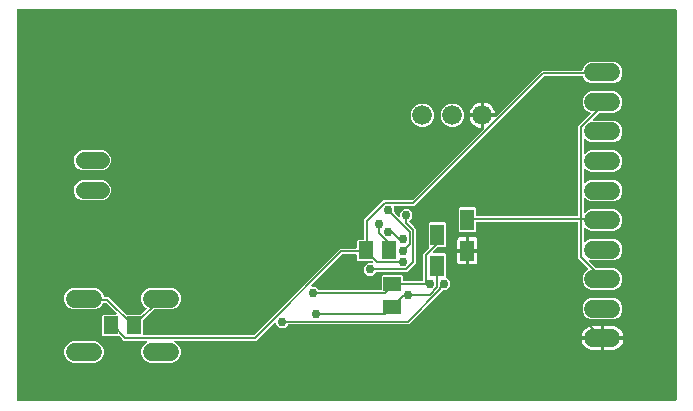
<source format=gbr>
G04 EAGLE Gerber RS-274X export*
G75*
%MOMM*%
%FSLAX34Y34*%
%LPD*%
%INBottom Copper*%
%IPPOS*%
%AMOC8*
5,1,8,0,0,1.08239X$1,22.5*%
G01*
%ADD10R,1.188700X1.795500*%
%ADD11R,1.500000X1.300000*%
%ADD12R,1.300000X1.500000*%
%ADD13C,1.422400*%
%ADD14C,1.524000*%
%ADD15C,1.676400*%
%ADD16C,0.152400*%
%ADD17C,0.756400*%

G36*
X785898Y316742D02*
X785898Y316742D01*
X785917Y316740D01*
X786019Y316762D01*
X786121Y316779D01*
X786138Y316788D01*
X786158Y316792D01*
X786247Y316845D01*
X786338Y316894D01*
X786352Y316908D01*
X786369Y316918D01*
X786436Y316997D01*
X786508Y317072D01*
X786516Y317090D01*
X786529Y317105D01*
X786568Y317201D01*
X786611Y317295D01*
X786613Y317315D01*
X786621Y317333D01*
X786639Y317500D01*
X786639Y647700D01*
X786636Y647720D01*
X786638Y647739D01*
X786616Y647841D01*
X786600Y647943D01*
X786590Y647960D01*
X786586Y647980D01*
X786533Y648069D01*
X786484Y648160D01*
X786470Y648174D01*
X786460Y648191D01*
X786381Y648258D01*
X786306Y648330D01*
X786288Y648338D01*
X786273Y648351D01*
X786177Y648390D01*
X786083Y648433D01*
X786063Y648435D01*
X786045Y648443D01*
X785878Y648461D01*
X228600Y648461D01*
X228580Y648458D01*
X228561Y648460D01*
X228459Y648438D01*
X228357Y648422D01*
X228340Y648412D01*
X228320Y648408D01*
X228231Y648355D01*
X228140Y648306D01*
X228126Y648292D01*
X228109Y648282D01*
X228042Y648203D01*
X227971Y648128D01*
X227962Y648110D01*
X227949Y648095D01*
X227910Y647999D01*
X227867Y647905D01*
X227865Y647885D01*
X227857Y647867D01*
X227839Y647700D01*
X227839Y317500D01*
X227842Y317480D01*
X227840Y317461D01*
X227862Y317359D01*
X227879Y317257D01*
X227888Y317240D01*
X227892Y317220D01*
X227945Y317131D01*
X227994Y317040D01*
X228008Y317026D01*
X228018Y317009D01*
X228097Y316942D01*
X228172Y316871D01*
X228190Y316862D01*
X228205Y316849D01*
X228301Y316810D01*
X228395Y316767D01*
X228415Y316765D01*
X228433Y316757D01*
X228600Y316739D01*
X785878Y316739D01*
X785898Y316742D01*
G37*
%LPC*%
G36*
X340573Y349249D02*
X340573Y349249D01*
X337212Y350641D01*
X334639Y353214D01*
X333247Y356575D01*
X333247Y360213D01*
X334639Y363574D01*
X337212Y366147D01*
X338260Y366581D01*
X338343Y366632D01*
X338429Y366678D01*
X338447Y366697D01*
X338469Y366710D01*
X338531Y366785D01*
X338598Y366856D01*
X338609Y366880D01*
X338626Y366900D01*
X338661Y366991D01*
X338702Y367079D01*
X338705Y367105D01*
X338714Y367129D01*
X338718Y367227D01*
X338729Y367323D01*
X338724Y367349D01*
X338725Y367375D01*
X338698Y367469D01*
X338677Y367564D01*
X338663Y367586D01*
X338656Y367611D01*
X338601Y367691D01*
X338551Y367775D01*
X338531Y367792D01*
X338516Y367813D01*
X338438Y367872D01*
X338364Y367935D01*
X338339Y367945D01*
X338319Y367960D01*
X338226Y367990D01*
X338136Y368027D01*
X338103Y368030D01*
X338085Y368036D01*
X338052Y368036D01*
X337969Y368045D01*
X319093Y368045D01*
X317530Y369608D01*
X315386Y371752D01*
X315312Y371805D01*
X315242Y371865D01*
X315212Y371877D01*
X315186Y371896D01*
X315099Y371923D01*
X315014Y371957D01*
X314973Y371961D01*
X314951Y371968D01*
X314919Y371967D01*
X314848Y371975D01*
X300868Y371975D01*
X299975Y372868D01*
X299975Y389132D01*
X300868Y390025D01*
X312040Y390025D01*
X312110Y390036D01*
X312182Y390038D01*
X312231Y390056D01*
X312282Y390064D01*
X312346Y390098D01*
X312413Y390123D01*
X312454Y390155D01*
X312500Y390180D01*
X312549Y390232D01*
X312605Y390276D01*
X312633Y390320D01*
X312669Y390358D01*
X312699Y390423D01*
X312738Y390483D01*
X312751Y390534D01*
X312773Y390581D01*
X312781Y390652D01*
X312798Y390722D01*
X312794Y390774D01*
X312800Y390825D01*
X312785Y390896D01*
X312779Y390967D01*
X312759Y391015D01*
X312748Y391066D01*
X312711Y391127D01*
X312683Y391193D01*
X312638Y391249D01*
X312621Y391277D01*
X312604Y391292D01*
X312578Y391324D01*
X304076Y399826D01*
X304002Y399879D01*
X303932Y399939D01*
X303902Y399951D01*
X303876Y399970D01*
X303789Y399997D01*
X303704Y400031D01*
X303663Y400035D01*
X303641Y400042D01*
X303609Y400041D01*
X303537Y400049D01*
X301542Y400049D01*
X301427Y400030D01*
X301311Y400013D01*
X301305Y400011D01*
X301299Y400010D01*
X301196Y399955D01*
X301091Y399902D01*
X301087Y399897D01*
X301081Y399894D01*
X301002Y399810D01*
X300919Y399726D01*
X300916Y399720D01*
X300912Y399716D01*
X300904Y399699D01*
X300838Y399579D01*
X300361Y398426D01*
X297788Y395853D01*
X294427Y394461D01*
X275549Y394461D01*
X272188Y395853D01*
X269615Y398426D01*
X268223Y401787D01*
X268223Y405425D01*
X269615Y408786D01*
X272188Y411359D01*
X275549Y412751D01*
X294427Y412751D01*
X297788Y411359D01*
X300361Y408786D01*
X301753Y405425D01*
X301753Y405384D01*
X301756Y405364D01*
X301754Y405345D01*
X301776Y405243D01*
X301792Y405141D01*
X301802Y405124D01*
X301806Y405104D01*
X301859Y405015D01*
X301908Y404924D01*
X301922Y404910D01*
X301932Y404893D01*
X302011Y404826D01*
X302086Y404754D01*
X302104Y404746D01*
X302119Y404733D01*
X302215Y404694D01*
X302309Y404651D01*
X302329Y404649D01*
X302347Y404641D01*
X302514Y404623D01*
X305747Y404623D01*
X320122Y390248D01*
X320196Y390195D01*
X320266Y390135D01*
X320296Y390123D01*
X320322Y390104D01*
X320409Y390077D01*
X320494Y390043D01*
X320535Y390039D01*
X320557Y390032D01*
X320589Y390033D01*
X320660Y390025D01*
X333136Y390025D01*
X333226Y390039D01*
X333317Y390047D01*
X333346Y390059D01*
X333378Y390064D01*
X333459Y390107D01*
X333543Y390143D01*
X333575Y390169D01*
X333596Y390180D01*
X333618Y390203D01*
X333674Y390248D01*
X337868Y394442D01*
X337895Y394479D01*
X337929Y394511D01*
X337967Y394579D01*
X338012Y394642D01*
X338025Y394686D01*
X338048Y394726D01*
X338061Y394803D01*
X338084Y394877D01*
X338083Y394923D01*
X338091Y394968D01*
X338080Y395045D01*
X338078Y395123D01*
X338062Y395166D01*
X338055Y395211D01*
X338020Y395281D01*
X337993Y395354D01*
X337965Y395390D01*
X337944Y395431D01*
X337888Y395485D01*
X337840Y395546D01*
X337801Y395571D01*
X337768Y395603D01*
X337649Y395669D01*
X337633Y395679D01*
X337628Y395680D01*
X337621Y395684D01*
X337212Y395853D01*
X334639Y398426D01*
X333247Y401787D01*
X333247Y405425D01*
X334639Y408786D01*
X337212Y411359D01*
X340573Y412751D01*
X359451Y412751D01*
X362812Y411359D01*
X365385Y408786D01*
X366777Y405425D01*
X366777Y401787D01*
X365385Y398426D01*
X362812Y395853D01*
X359451Y394461D01*
X344670Y394461D01*
X344580Y394447D01*
X344489Y394439D01*
X344460Y394427D01*
X344428Y394422D01*
X344347Y394379D01*
X344263Y394343D01*
X344231Y394317D01*
X344210Y394306D01*
X344188Y394283D01*
X344132Y394238D01*
X335248Y385354D01*
X335195Y385280D01*
X335135Y385210D01*
X335123Y385180D01*
X335104Y385154D01*
X335077Y385067D01*
X335043Y384982D01*
X335039Y384941D01*
X335032Y384919D01*
X335033Y384887D01*
X335025Y384816D01*
X335025Y373380D01*
X335028Y373360D01*
X335026Y373341D01*
X335048Y373239D01*
X335064Y373137D01*
X335074Y373120D01*
X335078Y373100D01*
X335131Y373011D01*
X335180Y372920D01*
X335194Y372906D01*
X335204Y372889D01*
X335283Y372822D01*
X335358Y372750D01*
X335376Y372742D01*
X335391Y372729D01*
X335487Y372690D01*
X335581Y372647D01*
X335601Y372645D01*
X335619Y372637D01*
X335786Y372619D01*
X428505Y372619D01*
X428596Y372633D01*
X428686Y372641D01*
X428716Y372653D01*
X428748Y372658D01*
X428829Y372701D01*
X428913Y372737D01*
X428945Y372763D01*
X428966Y372774D01*
X428988Y372797D01*
X429044Y372842D01*
X501973Y445771D01*
X515114Y445771D01*
X515134Y445774D01*
X515153Y445772D01*
X515255Y445794D01*
X515357Y445810D01*
X515374Y445820D01*
X515394Y445824D01*
X515483Y445877D01*
X515574Y445926D01*
X515588Y445940D01*
X515605Y445950D01*
X515672Y446029D01*
X515744Y446104D01*
X515752Y446122D01*
X515765Y446137D01*
X515804Y446233D01*
X515847Y446327D01*
X515849Y446347D01*
X515857Y446365D01*
X515875Y446532D01*
X515875Y452632D01*
X516768Y453525D01*
X521208Y453525D01*
X521228Y453528D01*
X521247Y453526D01*
X521349Y453548D01*
X521451Y453564D01*
X521468Y453574D01*
X521488Y453578D01*
X521577Y453631D01*
X521668Y453680D01*
X521682Y453694D01*
X521699Y453704D01*
X521766Y453783D01*
X521838Y453858D01*
X521846Y453876D01*
X521859Y453891D01*
X521898Y453987D01*
X521941Y454081D01*
X521943Y454101D01*
X521951Y454119D01*
X521969Y454286D01*
X521969Y470339D01*
X538549Y486919D01*
X562617Y486919D01*
X562708Y486933D01*
X562798Y486941D01*
X562828Y486953D01*
X562860Y486958D01*
X562941Y487001D01*
X563025Y487037D01*
X563057Y487063D01*
X563078Y487074D01*
X563100Y487097D01*
X563156Y487142D01*
X623600Y547586D01*
X623653Y547660D01*
X623713Y547730D01*
X623725Y547760D01*
X623744Y547786D01*
X623771Y547873D01*
X623805Y547958D01*
X623809Y547999D01*
X623816Y548021D01*
X623815Y548053D01*
X623823Y548124D01*
X623823Y557277D01*
X632976Y557277D01*
X633066Y557292D01*
X633157Y557299D01*
X633186Y557311D01*
X633218Y557317D01*
X633299Y557359D01*
X633383Y557395D01*
X633415Y557421D01*
X633436Y557432D01*
X633451Y557448D01*
X633453Y557449D01*
X633461Y557458D01*
X633514Y557500D01*
X672661Y596647D01*
X706514Y596647D01*
X706629Y596666D01*
X706745Y596683D01*
X706750Y596685D01*
X706757Y596686D01*
X706859Y596741D01*
X706964Y596794D01*
X706968Y596799D01*
X706974Y596802D01*
X707054Y596886D01*
X707136Y596970D01*
X707140Y596976D01*
X707143Y596980D01*
X707151Y596997D01*
X707217Y597117D01*
X708527Y600280D01*
X711100Y602853D01*
X714461Y604245D01*
X733339Y604245D01*
X736700Y602853D01*
X739273Y600280D01*
X740665Y596919D01*
X740665Y593281D01*
X739273Y589920D01*
X736700Y587347D01*
X733339Y585955D01*
X714461Y585955D01*
X711100Y587347D01*
X708527Y589920D01*
X707830Y591603D01*
X707768Y591703D01*
X707709Y591803D01*
X707704Y591807D01*
X707701Y591812D01*
X707610Y591887D01*
X707522Y591963D01*
X707516Y591965D01*
X707511Y591969D01*
X707403Y592011D01*
X707294Y592055D01*
X707286Y592056D01*
X707281Y592057D01*
X707263Y592058D01*
X707127Y592073D01*
X674871Y592073D01*
X674780Y592059D01*
X674690Y592051D01*
X674660Y592039D01*
X674628Y592034D01*
X674547Y591991D01*
X674463Y591955D01*
X674431Y591929D01*
X674410Y591918D01*
X674388Y591895D01*
X674332Y591850D01*
X564827Y482345D01*
X548077Y482345D01*
X548007Y482334D01*
X547935Y482332D01*
X547886Y482314D01*
X547835Y482306D01*
X547771Y482272D01*
X547704Y482247D01*
X547663Y482215D01*
X547617Y482190D01*
X547568Y482138D01*
X547512Y482094D01*
X547484Y482050D01*
X547448Y482012D01*
X547418Y481947D01*
X547379Y481887D01*
X547366Y481836D01*
X547344Y481789D01*
X547336Y481718D01*
X547319Y481648D01*
X547323Y481596D01*
X547317Y481545D01*
X547332Y481474D01*
X547338Y481403D01*
X547358Y481355D01*
X547369Y481304D01*
X547406Y481243D01*
X547434Y481177D01*
X547479Y481121D01*
X547496Y481093D01*
X547513Y481078D01*
X547539Y481046D01*
X547851Y480734D01*
X547851Y476779D01*
X547865Y476688D01*
X547873Y476598D01*
X547885Y476568D01*
X547890Y476536D01*
X547933Y476455D01*
X547969Y476371D01*
X547995Y476339D01*
X548006Y476318D01*
X548029Y476296D01*
X548074Y476240D01*
X551178Y473136D01*
X551236Y473094D01*
X551288Y473045D01*
X551335Y473023D01*
X551377Y472993D01*
X551446Y472972D01*
X551511Y472941D01*
X551563Y472936D01*
X551613Y472920D01*
X551684Y472922D01*
X551755Y472914D01*
X551806Y472925D01*
X551858Y472927D01*
X551926Y472951D01*
X551996Y472966D01*
X552041Y472993D01*
X552089Y473011D01*
X552145Y473056D01*
X552207Y473093D01*
X552241Y473132D01*
X552281Y473165D01*
X552320Y473225D01*
X552367Y473280D01*
X552386Y473328D01*
X552414Y473372D01*
X552432Y473441D01*
X552459Y473508D01*
X552467Y473579D01*
X552475Y473610D01*
X552473Y473634D01*
X552477Y473674D01*
X552477Y476162D01*
X555586Y479271D01*
X559982Y479271D01*
X563091Y476162D01*
X563091Y471766D01*
X560644Y469319D01*
X560632Y469303D01*
X560616Y469290D01*
X560560Y469203D01*
X560500Y469119D01*
X560494Y469100D01*
X560483Y469083D01*
X560458Y468983D01*
X560428Y468884D01*
X560428Y468864D01*
X560423Y468845D01*
X560431Y468742D01*
X560434Y468638D01*
X560441Y468619D01*
X560443Y468600D01*
X560483Y468505D01*
X560519Y468407D01*
X560531Y468391D01*
X560539Y468373D01*
X560644Y468242D01*
X564604Y464282D01*
X566167Y462719D01*
X566167Y433393D01*
X558731Y425957D01*
X532837Y425957D01*
X532747Y425943D01*
X532656Y425935D01*
X532627Y425923D01*
X532595Y425918D01*
X532514Y425875D01*
X532430Y425839D01*
X532398Y425813D01*
X532377Y425802D01*
X532355Y425779D01*
X532299Y425734D01*
X529502Y422937D01*
X525106Y422937D01*
X521997Y426046D01*
X521997Y430442D01*
X525106Y433551D01*
X529118Y433551D01*
X529188Y433562D01*
X529260Y433564D01*
X529309Y433582D01*
X529360Y433590D01*
X529424Y433624D01*
X529491Y433649D01*
X529532Y433681D01*
X529578Y433706D01*
X529627Y433757D01*
X529683Y433802D01*
X529711Y433846D01*
X529747Y433884D01*
X529777Y433949D01*
X529816Y434009D01*
X529829Y434060D01*
X529851Y434107D01*
X529859Y434178D01*
X529876Y434248D01*
X529872Y434300D01*
X529878Y434351D01*
X529863Y434422D01*
X529857Y434493D01*
X529837Y434541D01*
X529826Y434592D01*
X529789Y434653D01*
X529761Y434719D01*
X529716Y434775D01*
X529699Y434803D01*
X529682Y434818D01*
X529656Y434850D01*
X529254Y435252D01*
X529180Y435306D01*
X529110Y435365D01*
X529080Y435377D01*
X529054Y435396D01*
X528967Y435423D01*
X528882Y435457D01*
X528841Y435461D01*
X528819Y435468D01*
X528787Y435467D01*
X528715Y435475D01*
X516768Y435475D01*
X515875Y436368D01*
X515875Y440436D01*
X515872Y440456D01*
X515874Y440475D01*
X515852Y440577D01*
X515836Y440679D01*
X515826Y440696D01*
X515822Y440716D01*
X515769Y440805D01*
X515720Y440896D01*
X515706Y440910D01*
X515696Y440927D01*
X515617Y440994D01*
X515542Y441066D01*
X515524Y441074D01*
X515509Y441087D01*
X515413Y441126D01*
X515319Y441169D01*
X515299Y441171D01*
X515281Y441179D01*
X515114Y441197D01*
X504183Y441197D01*
X504092Y441183D01*
X504002Y441175D01*
X503972Y441163D01*
X503940Y441158D01*
X503859Y441115D01*
X503775Y441079D01*
X503743Y441053D01*
X503722Y441042D01*
X503700Y441019D01*
X503644Y440974D01*
X477708Y415038D01*
X477666Y414980D01*
X477617Y414928D01*
X477595Y414881D01*
X477565Y414839D01*
X477544Y414770D01*
X477513Y414705D01*
X477508Y414653D01*
X477492Y414603D01*
X477494Y414532D01*
X477486Y414461D01*
X477497Y414410D01*
X477499Y414358D01*
X477523Y414290D01*
X477538Y414220D01*
X477565Y414175D01*
X477583Y414127D01*
X477628Y414071D01*
X477665Y414009D01*
X477704Y413975D01*
X477737Y413935D01*
X477797Y413896D01*
X477852Y413849D01*
X477900Y413830D01*
X477944Y413802D01*
X478013Y413784D01*
X478080Y413757D01*
X478151Y413749D01*
X478182Y413741D01*
X478206Y413743D01*
X478246Y413739D01*
X480734Y413739D01*
X483531Y410942D01*
X483605Y410889D01*
X483675Y410829D01*
X483705Y410817D01*
X483731Y410798D01*
X483818Y410771D01*
X483903Y410737D01*
X483944Y410733D01*
X483966Y410726D01*
X483998Y410727D01*
X484069Y410719D01*
X536314Y410719D01*
X536334Y410722D01*
X536353Y410720D01*
X536455Y410742D01*
X536557Y410758D01*
X536574Y410768D01*
X536594Y410772D01*
X536683Y410825D01*
X536774Y410874D01*
X536788Y410888D01*
X536805Y410898D01*
X536872Y410977D01*
X536944Y411052D01*
X536952Y411070D01*
X536965Y411085D01*
X537004Y411181D01*
X537047Y411275D01*
X537049Y411295D01*
X537057Y411313D01*
X537075Y411480D01*
X537075Y423032D01*
X537968Y423925D01*
X554232Y423925D01*
X555125Y423032D01*
X555125Y419100D01*
X555128Y419080D01*
X555126Y419061D01*
X555148Y418959D01*
X555164Y418857D01*
X555174Y418840D01*
X555178Y418820D01*
X555231Y418731D01*
X555280Y418640D01*
X555294Y418626D01*
X555304Y418609D01*
X555383Y418542D01*
X555458Y418470D01*
X555476Y418462D01*
X555491Y418449D01*
X555587Y418410D01*
X555681Y418367D01*
X555701Y418365D01*
X555719Y418357D01*
X555886Y418339D01*
X571500Y418339D01*
X571520Y418342D01*
X571539Y418340D01*
X571641Y418362D01*
X571743Y418378D01*
X571760Y418388D01*
X571780Y418392D01*
X571869Y418445D01*
X571960Y418494D01*
X571974Y418508D01*
X571991Y418518D01*
X572058Y418597D01*
X572130Y418672D01*
X572138Y418690D01*
X572151Y418705D01*
X572190Y418801D01*
X572233Y418895D01*
X572235Y418915D01*
X572243Y418933D01*
X572261Y419100D01*
X572261Y441383D01*
X577262Y446384D01*
X577273Y446400D01*
X577289Y446412D01*
X577318Y446458D01*
X577344Y446484D01*
X577361Y446521D01*
X577405Y446583D01*
X577411Y446602D01*
X577422Y446619D01*
X577440Y446693D01*
X577447Y446708D01*
X577449Y446727D01*
X577478Y446818D01*
X577477Y446838D01*
X577482Y446858D01*
X577474Y446961D01*
X577471Y447064D01*
X577464Y447083D01*
X577463Y447103D01*
X577422Y447198D01*
X577387Y447295D01*
X577374Y447311D01*
X577366Y447329D01*
X577262Y447460D01*
X576732Y447990D01*
X576732Y467208D01*
X577625Y468101D01*
X590775Y468101D01*
X591668Y467208D01*
X591668Y447990D01*
X590775Y447097D01*
X584758Y447097D01*
X584668Y447082D01*
X584577Y447075D01*
X584547Y447062D01*
X584515Y447057D01*
X584435Y447014D01*
X584351Y446979D01*
X584319Y446953D01*
X584298Y446942D01*
X584276Y446919D01*
X584220Y446874D01*
X580549Y443203D01*
X580507Y443145D01*
X580457Y443093D01*
X580436Y443045D01*
X580405Y443003D01*
X580384Y442935D01*
X580354Y442869D01*
X580348Y442818D01*
X580333Y442768D01*
X580335Y442696D01*
X580327Y442625D01*
X580338Y442574D01*
X580339Y442522D01*
X580364Y442455D01*
X580379Y442385D01*
X580406Y442340D01*
X580424Y442291D01*
X580468Y442235D01*
X580505Y442174D01*
X580545Y442140D01*
X580577Y442099D01*
X580638Y442060D01*
X580692Y442014D01*
X580740Y441994D01*
X580784Y441966D01*
X580854Y441949D01*
X580920Y441922D01*
X580992Y441914D01*
X581023Y441906D01*
X581046Y441908D01*
X581087Y441903D01*
X590775Y441903D01*
X591668Y441010D01*
X591668Y421992D01*
X591683Y421902D01*
X591690Y421811D01*
X591703Y421781D01*
X591708Y421749D01*
X591751Y421669D01*
X591786Y421585D01*
X591812Y421552D01*
X591823Y421532D01*
X591846Y421510D01*
X591891Y421454D01*
X595095Y418250D01*
X595095Y413854D01*
X591986Y410745D01*
X589554Y410745D01*
X589464Y410731D01*
X589373Y410723D01*
X589344Y410711D01*
X589312Y410706D01*
X589231Y410663D01*
X589147Y410627D01*
X589115Y410601D01*
X589094Y410590D01*
X589072Y410567D01*
X589016Y410522D01*
X561818Y383324D01*
X560255Y381761D01*
X458161Y381761D01*
X458071Y381747D01*
X457980Y381739D01*
X457951Y381727D01*
X457919Y381722D01*
X457838Y381679D01*
X457754Y381643D01*
X457722Y381617D01*
X457701Y381606D01*
X457679Y381583D01*
X457623Y381538D01*
X454826Y378741D01*
X450430Y378741D01*
X447321Y381850D01*
X447321Y382814D01*
X447310Y382884D01*
X447308Y382956D01*
X447290Y383005D01*
X447282Y383056D01*
X447248Y383120D01*
X447223Y383187D01*
X447191Y383228D01*
X447166Y383274D01*
X447114Y383323D01*
X447070Y383379D01*
X447026Y383407D01*
X446988Y383443D01*
X446923Y383473D01*
X446863Y383512D01*
X446812Y383525D01*
X446765Y383547D01*
X446694Y383555D01*
X446624Y383572D01*
X446572Y383568D01*
X446521Y383574D01*
X446450Y383559D01*
X446379Y383553D01*
X446331Y383533D01*
X446280Y383522D01*
X446219Y383485D01*
X446153Y383457D01*
X446097Y383412D01*
X446069Y383395D01*
X446054Y383378D01*
X446022Y383352D01*
X430715Y368045D01*
X362055Y368045D01*
X361959Y368030D01*
X361862Y368020D01*
X361838Y368010D01*
X361812Y368006D01*
X361727Y367960D01*
X361637Y367920D01*
X361618Y367903D01*
X361595Y367890D01*
X361528Y367820D01*
X361456Y367754D01*
X361444Y367731D01*
X361426Y367712D01*
X361385Y367624D01*
X361338Y367538D01*
X361333Y367513D01*
X361322Y367489D01*
X361311Y367392D01*
X361294Y367296D01*
X361298Y367270D01*
X361295Y367245D01*
X361316Y367150D01*
X361330Y367053D01*
X361342Y367030D01*
X361347Y367004D01*
X361397Y366920D01*
X361441Y366834D01*
X361460Y366816D01*
X361473Y366793D01*
X361547Y366730D01*
X361617Y366662D01*
X361645Y366646D01*
X361660Y366633D01*
X361691Y366621D01*
X361764Y366581D01*
X362812Y366147D01*
X365385Y363574D01*
X366777Y360213D01*
X366777Y356575D01*
X365385Y353214D01*
X362812Y350641D01*
X359451Y349249D01*
X340573Y349249D01*
G37*
%LPD*%
%LPC*%
G36*
X714461Y410955D02*
X714461Y410955D01*
X711100Y412347D01*
X708527Y414920D01*
X707135Y418281D01*
X707135Y421919D01*
X708527Y425280D01*
X711100Y427853D01*
X711700Y428101D01*
X711739Y428125D01*
X711782Y428141D01*
X711843Y428190D01*
X711909Y428231D01*
X711939Y428266D01*
X711974Y428295D01*
X712017Y428360D01*
X712066Y428420D01*
X712083Y428463D01*
X712107Y428502D01*
X712126Y428577D01*
X712154Y428650D01*
X712156Y428696D01*
X712168Y428740D01*
X712162Y428818D01*
X712165Y428896D01*
X712152Y428940D01*
X712148Y428986D01*
X712118Y429057D01*
X712096Y429132D01*
X712070Y429170D01*
X712052Y429212D01*
X711967Y429318D01*
X711956Y429334D01*
X711952Y429337D01*
X711947Y429343D01*
X704888Y436402D01*
X703325Y437965D01*
X703325Y467868D01*
X703322Y467888D01*
X703324Y467907D01*
X703302Y468009D01*
X703286Y468111D01*
X703276Y468128D01*
X703272Y468148D01*
X703219Y468237D01*
X703170Y468328D01*
X703156Y468342D01*
X703146Y468359D01*
X703067Y468426D01*
X702992Y468498D01*
X702974Y468506D01*
X702959Y468519D01*
X702863Y468558D01*
X702769Y468601D01*
X702749Y468603D01*
X702731Y468611D01*
X702564Y468629D01*
X617829Y468629D01*
X617810Y468626D01*
X617790Y468628D01*
X617689Y468606D01*
X617587Y468590D01*
X617569Y468580D01*
X617550Y468576D01*
X617461Y468523D01*
X617369Y468474D01*
X617356Y468460D01*
X617339Y468450D01*
X617271Y468371D01*
X617200Y468296D01*
X617192Y468278D01*
X617179Y468263D01*
X617140Y468167D01*
X617096Y468073D01*
X617094Y468053D01*
X617087Y468035D01*
X617068Y467868D01*
X617068Y460690D01*
X616175Y459797D01*
X603025Y459797D01*
X602132Y460690D01*
X602132Y479908D01*
X603025Y480801D01*
X616175Y480801D01*
X617068Y479908D01*
X617068Y473964D01*
X617071Y473944D01*
X617069Y473925D01*
X617091Y473823D01*
X617108Y473721D01*
X617117Y473704D01*
X617122Y473684D01*
X617175Y473595D01*
X617223Y473504D01*
X617237Y473490D01*
X617248Y473473D01*
X617326Y473406D01*
X617401Y473334D01*
X617419Y473326D01*
X617435Y473313D01*
X617531Y473274D01*
X617624Y473231D01*
X617644Y473229D01*
X617663Y473221D01*
X617829Y473203D01*
X702564Y473203D01*
X702584Y473206D01*
X702603Y473204D01*
X702705Y473226D01*
X702807Y473242D01*
X702824Y473252D01*
X702844Y473256D01*
X702933Y473309D01*
X703024Y473358D01*
X703038Y473372D01*
X703055Y473382D01*
X703122Y473461D01*
X703194Y473536D01*
X703202Y473554D01*
X703215Y473569D01*
X703254Y473665D01*
X703297Y473759D01*
X703299Y473779D01*
X703307Y473797D01*
X703325Y473964D01*
X703325Y549587D01*
X704888Y551150D01*
X713820Y560082D01*
X713846Y560119D01*
X713880Y560150D01*
X713918Y560218D01*
X713963Y560281D01*
X713977Y560325D01*
X713999Y560365D01*
X714013Y560442D01*
X714036Y560516D01*
X714034Y560562D01*
X714043Y560607D01*
X714031Y560685D01*
X714029Y560762D01*
X714013Y560805D01*
X714007Y560851D01*
X713972Y560920D01*
X713945Y560993D01*
X713916Y561029D01*
X713895Y561070D01*
X713840Y561125D01*
X713791Y561185D01*
X713752Y561210D01*
X713720Y561242D01*
X713600Y561308D01*
X713584Y561318D01*
X713579Y561320D01*
X713573Y561323D01*
X711100Y562347D01*
X708527Y564920D01*
X707135Y568281D01*
X707135Y571919D01*
X708527Y575280D01*
X711100Y577853D01*
X714461Y579245D01*
X733339Y579245D01*
X736700Y577853D01*
X739273Y575280D01*
X740665Y571919D01*
X740665Y568281D01*
X739273Y564920D01*
X736700Y562347D01*
X733339Y560955D01*
X721476Y560955D01*
X721386Y560941D01*
X721295Y560933D01*
X721266Y560921D01*
X721234Y560916D01*
X721153Y560873D01*
X721069Y560837D01*
X721037Y560811D01*
X721016Y560800D01*
X720994Y560777D01*
X720938Y560732D01*
X715750Y555544D01*
X715708Y555486D01*
X715659Y555434D01*
X715637Y555387D01*
X715607Y555345D01*
X715586Y555276D01*
X715555Y555211D01*
X715550Y555159D01*
X715534Y555109D01*
X715536Y555038D01*
X715528Y554967D01*
X715539Y554916D01*
X715541Y554864D01*
X715565Y554796D01*
X715580Y554726D01*
X715607Y554682D01*
X715625Y554633D01*
X715670Y554577D01*
X715707Y554515D01*
X715746Y554481D01*
X715779Y554441D01*
X715839Y554402D01*
X715894Y554355D01*
X715942Y554336D01*
X715986Y554308D01*
X716055Y554290D01*
X716122Y554263D01*
X716193Y554255D01*
X716224Y554247D01*
X716248Y554249D01*
X716288Y554245D01*
X733339Y554245D01*
X736700Y552853D01*
X739273Y550280D01*
X740665Y546919D01*
X740665Y543281D01*
X739273Y539920D01*
X736700Y537347D01*
X733339Y535955D01*
X714461Y535955D01*
X711100Y537347D01*
X709198Y539249D01*
X709140Y539291D01*
X709088Y539340D01*
X709041Y539362D01*
X708999Y539393D01*
X708930Y539414D01*
X708865Y539444D01*
X708813Y539450D01*
X708763Y539465D01*
X708692Y539463D01*
X708621Y539471D01*
X708570Y539460D01*
X708518Y539459D01*
X708450Y539434D01*
X708380Y539419D01*
X708335Y539392D01*
X708287Y539374D01*
X708231Y539329D01*
X708169Y539293D01*
X708135Y539253D01*
X708095Y539221D01*
X708056Y539160D01*
X708009Y539106D01*
X707990Y539057D01*
X707962Y539014D01*
X707944Y538944D01*
X707917Y538878D01*
X707909Y538806D01*
X707901Y538775D01*
X707903Y538752D01*
X707899Y538711D01*
X707899Y526489D01*
X707910Y526418D01*
X707912Y526347D01*
X707930Y526298D01*
X707938Y526246D01*
X707972Y526183D01*
X707997Y526116D01*
X708029Y526075D01*
X708054Y526029D01*
X708106Y525980D01*
X708150Y525924D01*
X708194Y525895D01*
X708232Y525860D01*
X708297Y525829D01*
X708357Y525791D01*
X708408Y525778D01*
X708455Y525756D01*
X708526Y525748D01*
X708596Y525731D01*
X708648Y525735D01*
X708699Y525729D01*
X708770Y525744D01*
X708841Y525750D01*
X708889Y525770D01*
X708940Y525781D01*
X709001Y525818D01*
X709067Y525846D01*
X709123Y525891D01*
X709151Y525907D01*
X709166Y525925D01*
X709198Y525951D01*
X711100Y527853D01*
X714461Y529245D01*
X733339Y529245D01*
X736700Y527853D01*
X739273Y525280D01*
X740665Y521919D01*
X740665Y518281D01*
X739273Y514920D01*
X736700Y512347D01*
X733339Y510955D01*
X714461Y510955D01*
X711100Y512347D01*
X709198Y514249D01*
X709140Y514291D01*
X709088Y514340D01*
X709041Y514362D01*
X708999Y514393D01*
X708930Y514414D01*
X708865Y514444D01*
X708813Y514450D01*
X708763Y514465D01*
X708692Y514463D01*
X708621Y514471D01*
X708570Y514460D01*
X708518Y514459D01*
X708450Y514434D01*
X708380Y514419D01*
X708335Y514392D01*
X708287Y514374D01*
X708231Y514329D01*
X708169Y514293D01*
X708135Y514253D01*
X708095Y514221D01*
X708056Y514160D01*
X708009Y514106D01*
X707990Y514057D01*
X707962Y514014D01*
X707944Y513944D01*
X707917Y513878D01*
X707909Y513806D01*
X707901Y513775D01*
X707903Y513752D01*
X707899Y513711D01*
X707899Y501489D01*
X707910Y501418D01*
X707912Y501347D01*
X707930Y501298D01*
X707938Y501246D01*
X707972Y501183D01*
X707997Y501116D01*
X708029Y501075D01*
X708054Y501029D01*
X708106Y500980D01*
X708150Y500924D01*
X708194Y500895D01*
X708232Y500860D01*
X708297Y500829D01*
X708357Y500791D01*
X708408Y500778D01*
X708455Y500756D01*
X708526Y500748D01*
X708596Y500731D01*
X708648Y500735D01*
X708699Y500729D01*
X708770Y500744D01*
X708841Y500750D01*
X708889Y500770D01*
X708940Y500781D01*
X709001Y500818D01*
X709067Y500846D01*
X709123Y500891D01*
X709151Y500907D01*
X709166Y500925D01*
X709198Y500951D01*
X711100Y502853D01*
X714461Y504245D01*
X733339Y504245D01*
X736700Y502853D01*
X739273Y500280D01*
X740665Y496919D01*
X740665Y493281D01*
X739273Y489920D01*
X736700Y487347D01*
X733339Y485955D01*
X714461Y485955D01*
X711100Y487347D01*
X709198Y489249D01*
X709140Y489291D01*
X709088Y489340D01*
X709041Y489362D01*
X708999Y489393D01*
X708930Y489414D01*
X708865Y489444D01*
X708813Y489450D01*
X708763Y489465D01*
X708692Y489463D01*
X708621Y489471D01*
X708570Y489460D01*
X708518Y489459D01*
X708450Y489434D01*
X708380Y489419D01*
X708335Y489392D01*
X708287Y489374D01*
X708231Y489329D01*
X708169Y489293D01*
X708135Y489253D01*
X708095Y489221D01*
X708056Y489160D01*
X708009Y489106D01*
X707990Y489057D01*
X707962Y489014D01*
X707944Y488944D01*
X707917Y488878D01*
X707909Y488806D01*
X707901Y488775D01*
X707903Y488752D01*
X707899Y488711D01*
X707899Y476489D01*
X707910Y476418D01*
X707912Y476347D01*
X707930Y476298D01*
X707938Y476246D01*
X707972Y476183D01*
X707997Y476116D01*
X708029Y476075D01*
X708054Y476029D01*
X708106Y475980D01*
X708150Y475924D01*
X708194Y475895D01*
X708232Y475860D01*
X708297Y475829D01*
X708357Y475791D01*
X708408Y475778D01*
X708455Y475756D01*
X708526Y475748D01*
X708596Y475731D01*
X708648Y475735D01*
X708699Y475729D01*
X708770Y475744D01*
X708841Y475750D01*
X708889Y475770D01*
X708940Y475781D01*
X709001Y475818D01*
X709067Y475846D01*
X709123Y475891D01*
X709151Y475907D01*
X709166Y475925D01*
X709198Y475951D01*
X711100Y477853D01*
X714461Y479245D01*
X733339Y479245D01*
X736700Y477853D01*
X739273Y475280D01*
X740665Y471919D01*
X740665Y468281D01*
X739273Y464920D01*
X736700Y462347D01*
X733339Y460955D01*
X714461Y460955D01*
X711100Y462347D01*
X709198Y464249D01*
X709140Y464291D01*
X709088Y464340D01*
X709041Y464362D01*
X708999Y464393D01*
X708930Y464414D01*
X708865Y464444D01*
X708813Y464450D01*
X708763Y464465D01*
X708692Y464463D01*
X708621Y464471D01*
X708570Y464460D01*
X708518Y464459D01*
X708450Y464434D01*
X708380Y464419D01*
X708335Y464392D01*
X708287Y464374D01*
X708231Y464329D01*
X708169Y464293D01*
X708135Y464253D01*
X708095Y464221D01*
X708056Y464160D01*
X708009Y464106D01*
X707990Y464057D01*
X707962Y464014D01*
X707944Y463944D01*
X707917Y463878D01*
X707909Y463806D01*
X707901Y463775D01*
X707903Y463752D01*
X707899Y463711D01*
X707899Y451489D01*
X707910Y451418D01*
X707912Y451347D01*
X707930Y451298D01*
X707938Y451246D01*
X707972Y451183D01*
X707997Y451116D01*
X708029Y451075D01*
X708054Y451029D01*
X708106Y450980D01*
X708150Y450924D01*
X708194Y450895D01*
X708232Y450860D01*
X708297Y450829D01*
X708357Y450791D01*
X708408Y450778D01*
X708455Y450756D01*
X708526Y450748D01*
X708596Y450731D01*
X708648Y450735D01*
X708699Y450729D01*
X708770Y450744D01*
X708841Y450750D01*
X708889Y450770D01*
X708940Y450781D01*
X709001Y450818D01*
X709067Y450846D01*
X709123Y450891D01*
X709151Y450907D01*
X709166Y450925D01*
X709198Y450951D01*
X711100Y452853D01*
X714461Y454245D01*
X733339Y454245D01*
X736700Y452853D01*
X739273Y450280D01*
X740665Y446919D01*
X740665Y443281D01*
X739273Y439920D01*
X736700Y437347D01*
X733339Y435955D01*
X714461Y435955D01*
X713459Y436370D01*
X713364Y436393D01*
X713271Y436421D01*
X713245Y436421D01*
X713219Y436427D01*
X713122Y436418D01*
X713025Y436415D01*
X713000Y436406D01*
X712974Y436404D01*
X712885Y436364D01*
X712794Y436331D01*
X712773Y436314D01*
X712750Y436304D01*
X712678Y436238D01*
X712602Y436177D01*
X712588Y436155D01*
X712568Y436137D01*
X712521Y436052D01*
X712469Y435970D01*
X712462Y435945D01*
X712450Y435922D01*
X712433Y435826D01*
X712409Y435731D01*
X712411Y435705D01*
X712406Y435680D01*
X712420Y435583D01*
X712428Y435486D01*
X712438Y435462D01*
X712442Y435436D01*
X712486Y435349D01*
X712524Y435260D01*
X712545Y435234D01*
X712553Y435217D01*
X712577Y435194D01*
X712629Y435129D01*
X718290Y429468D01*
X718364Y429415D01*
X718434Y429355D01*
X718464Y429343D01*
X718490Y429324D01*
X718577Y429297D01*
X718662Y429263D01*
X718703Y429259D01*
X718725Y429252D01*
X718757Y429253D01*
X718828Y429245D01*
X733339Y429245D01*
X736700Y427853D01*
X739273Y425280D01*
X740665Y421919D01*
X740665Y418281D01*
X739273Y414920D01*
X736700Y412347D01*
X733339Y410955D01*
X714461Y410955D01*
G37*
%LPD*%
%LPC*%
G36*
X714461Y385955D02*
X714461Y385955D01*
X711100Y387347D01*
X708527Y389920D01*
X707135Y393281D01*
X707135Y396919D01*
X708527Y400280D01*
X711100Y402853D01*
X714461Y404245D01*
X733339Y404245D01*
X736700Y402853D01*
X739273Y400280D01*
X740665Y396919D01*
X740665Y393281D01*
X739273Y389920D01*
X736700Y387347D01*
X733339Y385955D01*
X714461Y385955D01*
G37*
%LPD*%
%LPC*%
G36*
X275549Y349249D02*
X275549Y349249D01*
X272188Y350641D01*
X269615Y353214D01*
X268223Y356575D01*
X268223Y360213D01*
X269615Y363574D01*
X272188Y366147D01*
X275549Y367539D01*
X294427Y367539D01*
X297788Y366147D01*
X300361Y363574D01*
X301753Y360213D01*
X301753Y356575D01*
X300361Y353214D01*
X297788Y350641D01*
X294427Y349249D01*
X275549Y349249D01*
G37*
%LPD*%
%LPC*%
G36*
X283270Y512063D02*
X283270Y512063D01*
X280096Y513378D01*
X277666Y515808D01*
X276351Y518982D01*
X276351Y522418D01*
X277666Y525592D01*
X280096Y528022D01*
X283270Y529337D01*
X300930Y529337D01*
X304104Y528022D01*
X306534Y525592D01*
X307849Y522418D01*
X307849Y518982D01*
X306534Y515808D01*
X304104Y513378D01*
X300930Y512063D01*
X283270Y512063D01*
G37*
%LPD*%
%LPC*%
G36*
X283270Y486663D02*
X283270Y486663D01*
X280096Y487978D01*
X277666Y490408D01*
X276351Y493582D01*
X276351Y497018D01*
X277666Y500192D01*
X280096Y502622D01*
X283270Y503937D01*
X300930Y503937D01*
X304104Y502622D01*
X306534Y500192D01*
X307849Y497018D01*
X307849Y493582D01*
X306534Y490408D01*
X304104Y487978D01*
X300930Y486663D01*
X283270Y486663D01*
G37*
%LPD*%
%LPC*%
G36*
X594929Y548893D02*
X594929Y548893D01*
X591288Y550401D01*
X588501Y553188D01*
X586993Y556829D01*
X586993Y560771D01*
X588501Y564412D01*
X591288Y567199D01*
X594929Y568707D01*
X598871Y568707D01*
X602512Y567199D01*
X605299Y564412D01*
X606807Y560771D01*
X606807Y556829D01*
X605299Y553188D01*
X602512Y550401D01*
X598871Y548893D01*
X594929Y548893D01*
G37*
%LPD*%
%LPC*%
G36*
X569529Y548893D02*
X569529Y548893D01*
X565888Y550401D01*
X563101Y553188D01*
X561593Y556829D01*
X561593Y560771D01*
X563101Y564412D01*
X565888Y567199D01*
X569529Y568707D01*
X573471Y568707D01*
X577112Y567199D01*
X579899Y564412D01*
X581407Y560771D01*
X581407Y556829D01*
X579899Y553188D01*
X577112Y550401D01*
X573471Y548893D01*
X569529Y548893D01*
G37*
%LPD*%
%LPC*%
G36*
X725423Y371623D02*
X725423Y371623D01*
X725423Y380261D01*
X732320Y380261D01*
X733899Y380011D01*
X735420Y379516D01*
X736845Y378790D01*
X738139Y377850D01*
X739270Y376719D01*
X740210Y375425D01*
X740936Y374000D01*
X741431Y372479D01*
X741566Y371623D01*
X725423Y371623D01*
G37*
%LPD*%
%LPC*%
G36*
X706234Y371623D02*
X706234Y371623D01*
X706369Y372479D01*
X706864Y374000D01*
X707590Y375425D01*
X708530Y376719D01*
X709661Y377850D01*
X710955Y378790D01*
X712380Y379516D01*
X713901Y380011D01*
X715480Y380261D01*
X722377Y380261D01*
X722377Y371623D01*
X706234Y371623D01*
G37*
%LPD*%
%LPC*%
G36*
X725423Y359939D02*
X725423Y359939D01*
X725423Y368577D01*
X741566Y368577D01*
X741431Y367721D01*
X740936Y366200D01*
X740210Y364775D01*
X739270Y363481D01*
X738139Y362350D01*
X736845Y361410D01*
X735420Y360684D01*
X733899Y360189D01*
X732320Y359939D01*
X725423Y359939D01*
G37*
%LPD*%
%LPC*%
G36*
X715480Y359939D02*
X715480Y359939D01*
X713901Y360189D01*
X712380Y360684D01*
X710955Y361410D01*
X709661Y362350D01*
X708530Y363481D01*
X707590Y364775D01*
X706864Y366200D01*
X706369Y367721D01*
X706234Y368577D01*
X722377Y368577D01*
X722377Y359939D01*
X715480Y359939D01*
G37*
%LPD*%
%LPC*%
G36*
X611123Y445624D02*
X611123Y445624D01*
X611123Y455619D01*
X615878Y455619D01*
X616524Y455446D01*
X617104Y455112D01*
X617577Y454639D01*
X617911Y454059D01*
X618084Y453413D01*
X618084Y445624D01*
X611123Y445624D01*
G37*
%LPD*%
%LPC*%
G36*
X601116Y445624D02*
X601116Y445624D01*
X601116Y453413D01*
X601289Y454059D01*
X601623Y454639D01*
X602096Y455112D01*
X602676Y455446D01*
X603322Y455619D01*
X608077Y455619D01*
X608077Y445624D01*
X601116Y445624D01*
G37*
%LPD*%
%LPC*%
G36*
X611123Y432583D02*
X611123Y432583D01*
X611123Y442578D01*
X618084Y442578D01*
X618084Y434789D01*
X617911Y434143D01*
X617577Y433563D01*
X617104Y433090D01*
X616524Y432756D01*
X615878Y432583D01*
X611123Y432583D01*
G37*
%LPD*%
%LPC*%
G36*
X603322Y432583D02*
X603322Y432583D01*
X602676Y432756D01*
X602096Y433090D01*
X601623Y433563D01*
X601289Y434143D01*
X601116Y434789D01*
X601116Y442578D01*
X608077Y442578D01*
X608077Y432583D01*
X603322Y432583D01*
G37*
%LPD*%
%LPC*%
G36*
X623823Y560323D02*
X623823Y560323D01*
X623823Y569618D01*
X624858Y569454D01*
X626493Y568922D01*
X628025Y568142D01*
X629416Y567131D01*
X630631Y565916D01*
X631642Y564525D01*
X632422Y562993D01*
X632954Y561358D01*
X633118Y560323D01*
X623823Y560323D01*
G37*
%LPD*%
%LPC*%
G36*
X611482Y560323D02*
X611482Y560323D01*
X611646Y561358D01*
X612178Y562993D01*
X612958Y564525D01*
X613969Y565916D01*
X615184Y567131D01*
X616575Y568142D01*
X618107Y568922D01*
X619742Y569454D01*
X620777Y569618D01*
X620777Y560323D01*
X611482Y560323D01*
G37*
%LPD*%
%LPC*%
G36*
X619742Y548146D02*
X619742Y548146D01*
X618107Y548678D01*
X616575Y549458D01*
X615184Y550469D01*
X613969Y551684D01*
X612958Y553075D01*
X612178Y554607D01*
X611646Y556242D01*
X611482Y557277D01*
X620777Y557277D01*
X620777Y547982D01*
X619742Y548146D01*
G37*
%LPD*%
%LPC*%
G36*
X622299Y558799D02*
X622299Y558799D01*
X622299Y558801D01*
X622301Y558801D01*
X622301Y558799D01*
X622299Y558799D01*
G37*
%LPD*%
%LPC*%
G36*
X723899Y370099D02*
X723899Y370099D01*
X723899Y370101D01*
X723901Y370101D01*
X723901Y370099D01*
X723899Y370099D01*
G37*
%LPD*%
%LPC*%
G36*
X609599Y444100D02*
X609599Y444100D01*
X609599Y444102D01*
X609601Y444102D01*
X609601Y444100D01*
X609599Y444100D01*
G37*
%LPD*%
D10*
X609600Y444101D03*
X609600Y470299D03*
X584200Y431401D03*
X584200Y457599D03*
D11*
X546100Y396900D03*
X546100Y415900D03*
D12*
X523900Y444500D03*
X542900Y444500D03*
D13*
X299212Y495300D02*
X284988Y495300D01*
X284988Y520700D02*
X299212Y520700D01*
D14*
X716280Y545100D02*
X731520Y545100D01*
X731520Y520100D02*
X716280Y520100D01*
X716280Y420100D02*
X731520Y420100D01*
X731520Y495100D02*
X716280Y495100D01*
X716280Y470100D02*
X731520Y470100D01*
X731520Y445100D02*
X716280Y445100D01*
X716280Y395100D02*
X731520Y395100D01*
X731520Y370100D02*
X716280Y370100D01*
X716280Y570100D02*
X731520Y570100D01*
X731520Y595100D02*
X716280Y595100D01*
D12*
X327000Y381000D03*
X308000Y381000D03*
D14*
X292608Y403606D02*
X277368Y403606D01*
X277368Y358394D02*
X292608Y358394D01*
X342392Y403606D02*
X357632Y403606D01*
X357632Y358394D02*
X342392Y358394D01*
D15*
X596900Y558800D03*
X622300Y558800D03*
X571500Y558800D03*
D16*
X621792Y443484D02*
X650748Y443484D01*
X621792Y443484D02*
X609600Y443484D01*
X650748Y443484D02*
X723900Y370332D01*
X609600Y443484D02*
X609600Y444101D01*
X723900Y370332D02*
X723900Y370100D01*
X621792Y443484D02*
X621792Y448056D01*
D17*
X621792Y448056D03*
D16*
X705612Y470916D02*
X723900Y470916D01*
X705612Y470916D02*
X609600Y470916D01*
X609600Y470299D01*
X723900Y470100D02*
X723900Y470916D01*
X705612Y438912D02*
X723900Y420624D01*
X705612Y438912D02*
X705612Y470916D01*
X723900Y420624D02*
X723900Y420100D01*
X723900Y566928D02*
X723900Y570100D01*
X723900Y566928D02*
X705612Y548640D01*
X705612Y470916D01*
X542544Y451104D02*
X542544Y445008D01*
X542544Y451104D02*
X534924Y458724D01*
X534924Y466344D01*
X542544Y445008D02*
X542900Y444500D01*
D17*
X534924Y466344D03*
D16*
X547116Y416052D02*
X574548Y416052D01*
X547116Y416052D02*
X546100Y415900D01*
X539496Y408432D02*
X478536Y408432D01*
X539496Y408432D02*
X545592Y414528D01*
X546100Y415900D01*
X583692Y449580D02*
X583692Y457200D01*
X583692Y449580D02*
X574548Y440436D01*
X574548Y416052D01*
X583692Y457200D02*
X584200Y457599D01*
X577596Y416052D02*
X574548Y416052D01*
D17*
X577596Y416052D03*
X478536Y408432D03*
D16*
X556260Y406908D02*
X559308Y406908D01*
X556260Y406908D02*
X547116Y397764D01*
X546100Y396900D01*
X539496Y390144D02*
X481584Y390144D01*
X539496Y390144D02*
X545592Y396240D01*
X546100Y396900D01*
X583692Y413004D02*
X583692Y431292D01*
X583692Y413004D02*
X577596Y406908D01*
X559308Y406908D01*
X583692Y431292D02*
X584200Y431401D01*
D17*
X559308Y406908D03*
X481584Y390144D03*
D16*
X348996Y402336D02*
X327660Y381000D01*
X327000Y381000D01*
X348996Y402336D02*
X350012Y403606D01*
X304800Y402336D02*
X284988Y402336D01*
X304800Y402336D02*
X326136Y381000D01*
X284988Y402336D02*
X284988Y403606D01*
X326136Y381000D02*
X327000Y381000D01*
X533400Y434340D02*
X554736Y434340D01*
X533400Y434340D02*
X524256Y443484D01*
X523900Y444500D01*
X320040Y370332D02*
X309372Y381000D01*
X320040Y370332D02*
X429768Y370332D01*
X502920Y443484D01*
X522732Y443484D01*
X309372Y381000D02*
X308000Y381000D01*
X522732Y443484D02*
X523900Y444500D01*
X673608Y594360D02*
X723900Y594360D01*
X673608Y594360D02*
X563880Y484632D01*
X539496Y484632D01*
X524256Y469392D01*
X524256Y445008D01*
X723900Y594360D02*
X723900Y595100D01*
X524256Y445008D02*
X523900Y444500D01*
D17*
X554736Y434340D03*
D16*
X586740Y413004D02*
X589788Y416052D01*
X586740Y413004D02*
X586740Y411480D01*
X559308Y384048D01*
X452628Y384048D01*
D17*
X589788Y416052D03*
X452628Y384048D03*
D16*
X554736Y443484D02*
X560832Y449580D01*
X560832Y460248D01*
X542544Y478536D01*
D17*
X554736Y443484D03*
X542544Y478536D03*
D16*
X557784Y473964D02*
X557784Y467868D01*
X563880Y461772D01*
X563880Y434340D01*
X557784Y428244D01*
X527304Y428244D01*
D17*
X557784Y473964D03*
X527304Y428244D03*
D16*
X551688Y454152D02*
X554736Y454152D01*
X551688Y454152D02*
X545592Y460248D01*
X542544Y460248D01*
D17*
X554736Y454152D03*
X542544Y460248D03*
M02*

</source>
